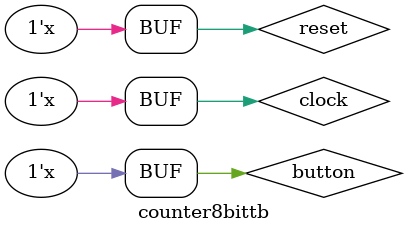
<source format=v>
`timescale 1ns / 1ps


module counter8bittb(

    );
    
    reg clock, reset, button;
    wire [7:0]counter;
    
    counter8bit count1(clock, reset, button, counter);
    
    initial begin
        reset = 1;
        button = 1;
        clock = 0;
    end
    
    always begin
        #1000 button = button + 1'b1;
    end
    
    always
    begin
        #5 clock = clock + 1'b1;
    end
    
    always
    begin
        #800 reset = reset + 1'b1;
    end
    
endmodule

</source>
